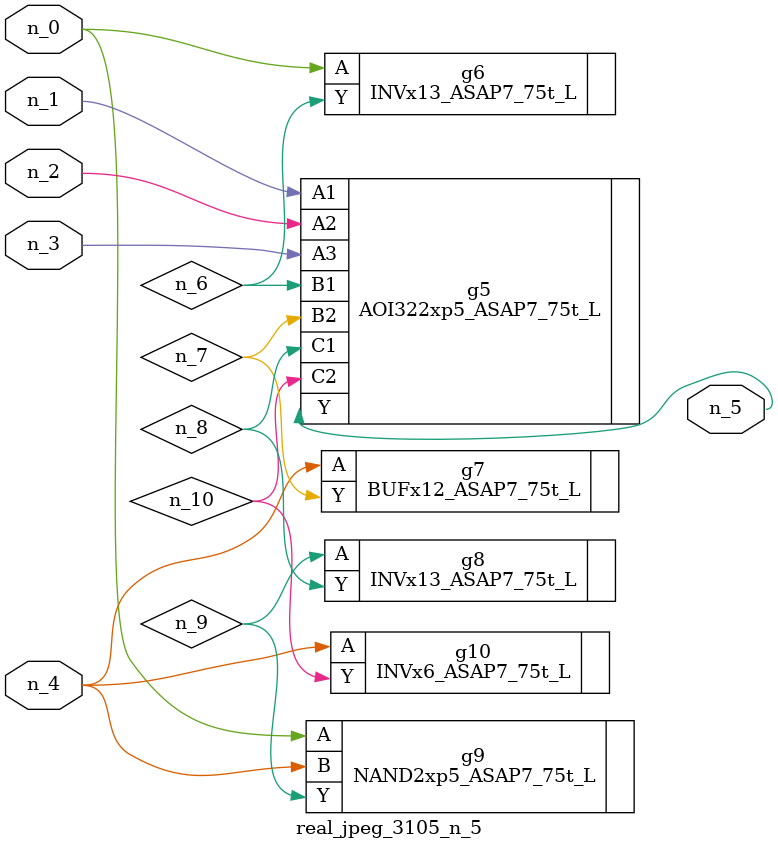
<source format=v>
module real_jpeg_3105_n_5 (n_4, n_0, n_1, n_2, n_3, n_5);

input n_4;
input n_0;
input n_1;
input n_2;
input n_3;

output n_5;

wire n_8;
wire n_6;
wire n_7;
wire n_10;
wire n_9;

INVx13_ASAP7_75t_L g6 ( 
.A(n_0),
.Y(n_6)
);

NAND2xp5_ASAP7_75t_L g9 ( 
.A(n_0),
.B(n_4),
.Y(n_9)
);

AOI322xp5_ASAP7_75t_L g5 ( 
.A1(n_1),
.A2(n_2),
.A3(n_3),
.B1(n_6),
.B2(n_7),
.C1(n_8),
.C2(n_10),
.Y(n_5)
);

BUFx12_ASAP7_75t_L g7 ( 
.A(n_4),
.Y(n_7)
);

INVx6_ASAP7_75t_L g10 ( 
.A(n_4),
.Y(n_10)
);

INVx13_ASAP7_75t_L g8 ( 
.A(n_9),
.Y(n_8)
);


endmodule
</source>
